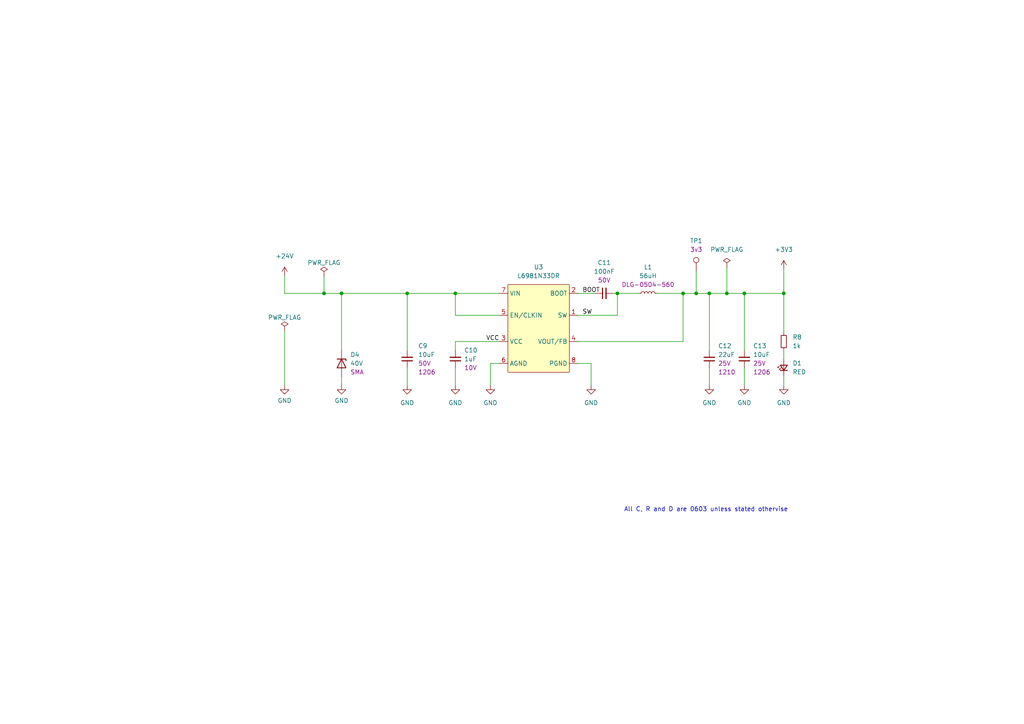
<source format=kicad_sch>
(kicad_sch (version 20230121) (generator eeschema)
  (paper "A4")
  (lib_symbols
    (symbol "Connector:TestPoint" (pin_numbers hide) (pin_names (offset 0.762) hide)
      (property "Reference" "TP" (at 0 6.858 0))
      (property "Value" "TestPoint" (at 0 5.08 0))
      (symbol "TestPoint_0_1"
        (circle (center 0 3.302) (radius 0.762))
      )
      (symbol "TestPoint_1_1"
        (pin passive line (at 0 0 90) (length 2.54) (name "1") (number "1"))
      )
    )
    (symbol "Device:C_Small" (pin_numbers hide) (pin_names (offset 0.254) hide)
      (property "Reference" "C" (at 0.254 1.778 0))
      (property "Value" "C_Small" (at 0.254 -2.032 0))
      (symbol "C_Small_0_1"
        (polyline (pts (xy -1.524 -0.508) (xy 1.524 -0.508)) (stroke (width 0.3302)))
        (polyline (pts (xy -1.524 0.508) (xy 1.524 0.508)) (stroke (width 0.3048)))
      )
      (symbol "C_Small_1_1"
        (pin passive line (at 0 2.54 270) (length 2.032) (name "~") (number "1"))
        (pin passive line (at 0 -2.54 90) (length 2.032) (name "~") (number "2"))
      )
    )
    (symbol "Device:D_Zener" (pin_numbers hide) (pin_names (offset 1.016) hide)
      (property "Reference" "D" (at 0 2.54 0))
      (property "Value" "D_Zener" (at 0 -2.54 0))
      (symbol "D_Zener_0_1"
        (polyline (pts (xy 1.27 0) (xy -1.27 0)))
        (polyline (pts (xy -1.27 -1.27) (xy -1.27 1.27) (xy -0.762 1.27)) (stroke (width 0.254)))
        (polyline (pts (xy 1.27 -1.27) (xy 1.27 1.27) (xy -1.27 0) (xy 1.27 -1.27)) (stroke (width 0.254)))
      )
      (symbol "D_Zener_1_1"
        (pin passive line (at -3.81 0 0) (length 2.54) (name "K") (number "1"))
        (pin passive line (at 3.81 0 180) (length 2.54) (name "A") (number "2"))
      )
    )
    (symbol "Device:LED_Small" (pin_numbers hide) (pin_names (offset 0.254) hide)
      (property "Reference" "D" (at -1.27 3.175 0))
      (property "Value" "LED_Small" (at -4.445 -2.54 0))
      (symbol "LED_Small_0_1"
        (polyline (pts (xy -0.762 -1.016) (xy -0.762 1.016)) (stroke (width 0.254)))
        (polyline (pts (xy 1.016 0) (xy -0.762 0)))
        (polyline (pts (xy 0.762 -1.016) (xy -0.762 0) (xy 0.762 1.016) (xy 0.762 -1.016)) (stroke (width 0.254)))
        (polyline (pts (xy 0 0.762) (xy -0.508 1.27) (xy -0.254 1.27) (xy -0.508 1.27) (xy -0.508 1.016)))
        (polyline (pts (xy 0.508 1.27) (xy 0 1.778) (xy 0.254 1.778) (xy 0 1.778) (xy 0 1.524)))
      )
      (symbol "LED_Small_1_1"
        (pin passive line (at -2.54 0 0) (length 1.778) (name "K") (number "1"))
        (pin passive line (at 2.54 0 180) (length 1.778) (name "A") (number "2"))
      )
    )
    (symbol "Device:L_Small" (pin_numbers hide) (pin_names (offset 0.254) hide)
      (property "Reference" "L" (at 0.762 1.016 0))
      (property "Value" "L_Small" (at 0.762 -1.016 0))
      (symbol "L_Small_0_1"
        (arc (start 0 -2.032) (mid 0.5058 -1.524) (end 0 -1.016))
        (arc (start 0 -1.016) (mid 0.5058 -0.508) (end 0 0))
        (arc (start 0 0) (mid 0.5058 0.508) (end 0 1.016))
        (arc (start 0 1.016) (mid 0.5058 1.524) (end 0 2.032))
      )
      (symbol "L_Small_1_1"
        (pin passive line (at 0 2.54 270) (length 0.508) (name "~") (number "1"))
        (pin passive line (at 0 -2.54 90) (length 0.508) (name "~") (number "2"))
      )
    )
    (symbol "Device:R_Small" (pin_numbers hide) (pin_names (offset 0.254) hide)
      (property "Reference" "R" (at 0.762 0.508 0))
      (property "Value" "R_Small" (at 0.762 -1.016 0))
      (symbol "R_Small_0_1"
        (rectangle (start -0.762 1.778) (end 0.762 -1.778) (stroke (width 0.2032)))
      )
      (symbol "R_Small_1_1"
        (pin passive line (at 0 2.54 270) (length 0.762) (name "~") (number "1"))
        (pin passive line (at 0 -2.54 90) (length 0.762) (name "~") (number "2"))
      )
    )
    (symbol "ST:L6981"
      (property "Reference" "U" (at 7.62 -15.24 0))
      (property "Value" "L6981" (at -6.35 13.97 0))
      (symbol "L6981_0_0"
        (pin output line (at 11.43 3.81 180) (length 2.54) (name "SW") (number "1"))
        (pin output line (at 11.43 10.16 180) (length 2.54) (name "BOOT") (number "2"))
        (pin passive line (at -11.43 -3.81 0) (length 2.54) (name "VCC") (number "3"))
        (pin input line (at 11.43 -3.81 180) (length 2.54) (name "VOUT/FB") (number "4"))
        (pin input line (at -11.43 3.81 0) (length 2.54) (name "EN/CLKIN") (number "5"))
        (pin power_in line (at -11.43 -10.16 0) (length 2.54) (name "AGND") (number "6"))
        (pin power_in line (at -11.43 10.16 0) (length 2.54) (name "VIN") (number "7"))
        (pin power_in line (at 11.43 -10.16 180) (length 2.54) (name "PGND") (number "8"))
      )
      (symbol "L6981_0_1"
        (rectangle (start -8.89 12.7) (end 8.89 -12.7) (fill (type background)))
      )
    )
    (symbol "power:+24V" (power) (pin_names (offset 0))
      (property "Value" "+24V" (at 0 3.556 0))
      (symbol "+24V_0_1"
        (polyline (pts (xy -0.762 1.27) (xy 0 2.54)))
        (polyline (pts (xy 0 0) (xy 0 2.54)))
        (polyline (pts (xy 0 2.54) (xy 0.762 1.27)))
      )
      (symbol "+24V_1_1"
        (pin power_in line (at 0 0 90) (length 0) hide (name "+24V") (number "1"))
      )
    )
    (symbol "power:+3V3" (power) (pin_names (offset 0))
      (property "Value" "+3V3" (at 0 3.556 0))
      (symbol "+3V3_0_1"
        (polyline (pts (xy -0.762 1.27) (xy 0 2.54)))
        (polyline (pts (xy 0 0) (xy 0 2.54)))
        (polyline (pts (xy 0 2.54) (xy 0.762 1.27)))
      )
      (symbol "+3V3_1_1"
        (pin power_in line (at 0 0 90) (length 0) hide (name "+3V3") (number "1"))
      )
    )
    (symbol "power:GND" (power) (pin_names (offset 0))
      (property "Value" "GND" (at 0 -3.81 0))
      (symbol "GND_0_1"
        (polyline (pts (xy 0 0) (xy 0 -1.27) (xy 1.27 -1.27) (xy 0 -2.54) (xy -1.27 -1.27) (xy 0 -1.27)))
      )
      (symbol "GND_1_1"
        (pin power_in line (at 0 0 270) (length 0) hide (name "GND") (number "1"))
      )
    )
    (symbol "power:PWR_FLAG" (power) (pin_numbers hide) (pin_names (offset 0) hide)
      (property "Value" "PWR_FLAG" (at 0 3.81 0))
      (symbol "PWR_FLAG_0_0"
        (pin power_out line (at 0 0 90) (length 0) (name "pwr") (number "1"))
      )
      (symbol "PWR_FLAG_0_1"
        (polyline (pts (xy 0 0) (xy 0 1.27) (xy -1.016 1.905) (xy 0 2.54) (xy 1.016 1.905) (xy 0 1.27)))
      )
    )
  )
  (junction (at 99.06 85.09))
  (junction (at 179.07 85.09))
  (junction (at 118.11 85.09))
  (junction (at 227.33 85.09))
  (junction (at 93.98 85.09))
  (junction (at 215.9 85.09))
  (junction (at 205.74 85.09))
  (junction (at 201.93 85.09))
  (junction (at 132.08 85.09))
  (junction (at 198.12 85.09))
  (junction (at 210.82 85.09))
  (wire (pts (xy 198.12 85.09) (xy 198.12 99.06)))
  (wire (pts (xy 210.82 77.47) (xy 210.82 85.09)))
  (wire (pts (xy 205.74 85.09) (xy 210.82 85.09)))
  (wire (pts (xy 118.11 101.6) (xy 118.11 85.09)))
  (wire (pts (xy 167.64 99.06) (xy 198.12 99.06)))
  (wire (pts (xy 99.06 85.09) (xy 99.06 101.6)))
  (wire (pts (xy 82.55 95.885) (xy 82.55 111.76)))
  (wire (pts (xy 210.82 85.09) (xy 215.9 85.09)))
  (wire (pts (xy 167.64 91.44) (xy 179.07 91.44)))
  (wire (pts (xy 132.08 106.68) (xy 132.08 111.76)))
  (wire (pts (xy 132.08 91.44) (xy 132.08 85.09)))
  (wire (pts (xy 132.08 101.6) (xy 132.08 99.06)))
  (wire (pts (xy 99.06 109.22) (xy 99.06 111.76)))
  (wire (pts (xy 205.74 111.76) (xy 205.74 106.68)))
  (wire (pts (xy 227.33 101.6) (xy 227.33 104.14)))
  (wire (pts (xy 179.07 85.09) (xy 179.07 91.44)))
  (wire (pts (xy 177.8 85.09) (xy 179.07 85.09)))
  (wire (pts (xy 227.33 85.09) (xy 227.33 78.105)))
  (wire (pts (xy 142.24 105.41) (xy 144.78 105.41)))
  (wire (pts (xy 82.55 85.09) (xy 82.55 80.01)))
  (wire (pts (xy 227.33 85.09) (xy 227.33 96.52)))
  (wire (pts (xy 132.08 85.09) (xy 144.78 85.09)))
  (wire (pts (xy 201.93 85.09) (xy 205.74 85.09)))
  (wire (pts (xy 215.9 85.09) (xy 227.33 85.09)))
  (wire (pts (xy 227.33 109.22) (xy 227.33 111.76)))
  (wire (pts (xy 99.06 85.09) (xy 118.11 85.09)))
  (wire (pts (xy 205.74 85.09) (xy 205.74 101.6)))
  (wire (pts (xy 93.98 85.09) (xy 99.06 85.09)))
  (wire (pts (xy 179.07 85.09) (xy 185.42 85.09)))
  (wire (pts (xy 82.55 85.09) (xy 93.98 85.09)))
  (wire (pts (xy 167.64 85.09) (xy 172.72 85.09)))
  (wire (pts (xy 215.9 85.09) (xy 215.9 101.6)))
  (wire (pts (xy 142.24 111.76) (xy 142.24 105.41)))
  (wire (pts (xy 171.45 105.41) (xy 167.64 105.41)))
  (wire (pts (xy 198.12 85.09) (xy 201.93 85.09)))
  (wire (pts (xy 215.9 111.76) (xy 215.9 106.68)))
  (wire (pts (xy 118.11 106.68) (xy 118.11 111.76)))
  (wire (pts (xy 132.08 99.06) (xy 144.78 99.06)))
  (wire (pts (xy 144.78 91.44) (xy 132.08 91.44)))
  (wire (pts (xy 171.45 111.76) (xy 171.45 105.41)))
  (wire (pts (xy 190.5 85.09) (xy 198.12 85.09)))
  (wire (pts (xy 201.93 78.74) (xy 201.93 85.09)))
  (wire (pts (xy 93.98 80.01) (xy 93.98 85.09)))
  (wire (pts (xy 118.11 85.09) (xy 132.08 85.09)))
  (text "All C, R and D are 0603 unless stated othervise " (at 180.975 148.59 0) (effects (font (size 1.27 1.27)) (justify left bottom)))
  (label "BOOT" (at 168.91 85.09 0))
  (label "VCC" (at 140.97 99.06 0))
  (label "SW" (at 168.91 91.44 0))
  (symbol (lib_id "Device:C_Small") (at 132.08 104.14 180) (unit 1)
    (property "Reference" "C10" (at 134.62 101.5935 0) (effects (justify right)))
    (property "Value" "1uF" (at 134.62 104.1335 0) (effects (justify right)))
    (property "Footprint" "Capacitor_SMD:C_0603_1608Metric" (effects hide))
    (property "Voltage" "10V" (at 134.62 106.6735 0) (effects (justify right)))
    (instances (project "rs485_temperature" (path "" (reference "C10") (unit 1))) (project "esp_gateway" (path "" (reference "C13") (unit 1))))
  )
  (symbol (lib_id "Device:D_Zener") (at 99.06 105.41 270) (unit 1)
    (property "Reference" "D4" (at 101.6 102.8699 90) (effects (justify left)))
    (property "Value" "40V" (at 101.6 105.4099 90) (effects (justify left)))
    (property "Footprint" "Diode_SMD:D_SMA" (effects hide))
    (property "Package" "SMA" (at 101.6 107.9499 90) (effects (justify left)))
    (instances (project "rs485_temperature" (path "" (reference "D4") (unit 1))) (project "esp_gateway" (path "" (reference "D1") (unit 1))))
  )
  (symbol (lib_id "power:GND") (at 82.55 111.76 0) (unit 1)
    (property "Reference" "#PWR039" (effects hide))
    (property "Value" "GND" (at 82.55 116.205 0))
    (instances (project "rs485_temperature" (path "" (reference "#PWR039") (unit 1))) (project "esp_gateway" (path "" (reference "#PWR0159") (unit 1))))
  )
  (symbol (lib_id "power:GND") (at 132.08 111.76 0) (unit 1)
    (property "Reference" "#PWR027" (effects hide))
    (property "Value" "GND" (at 132.08 116.84 0))
    (instances (project "rs485_temperature" (path "" (reference "#PWR027") (unit 1))) (project "esp_gateway" (path "" (reference "#PWR0158") (unit 1))))
  )
  (symbol (lib_id "Device:LED_Small") (at 227.33 106.68 90) (unit 1)
    (property "Reference" "D1" (at 229.87 105.3465 90) (effects (justify right)))
    (property "Value" "RED" (at 229.87 107.8865 90) (effects (justify right)))
    (property "Footprint" "LED_SMD:LED_0603_1608Metric" (effects hide))
  )
  (symbol (lib_id "Device:C_Small") (at 215.9 104.14 180) (unit 1)
    (property "Reference" "C13" (at 218.44 100.3235 0) (effects (justify right)))
    (property "Value" "10uF" (at 218.44 102.8635 0) (effects (justify right)))
    (property "Footprint" "Capacitor_SMD:C_1206_3216Metric" (effects hide))
    (property "Voltage" "25V" (at 218.44 105.4035 0) (effects (justify right)))
    (property "Package" "1206" (at 218.44 107.9435 0) (effects (justify right)))
    (instances (project "rs485_temperature" (path "" (reference "C13") (unit 1))) (project "esp_gateway" (path "" (reference "C16") (unit 1))))
  )
  (symbol (lib_id "power:GND") (at 142.24 111.76 0) (unit 1)
    (property "Reference" "#PWR028" (effects hide))
    (property "Value" "GND" (at 142.24 116.84 0))
    (instances (project "rs485_temperature" (path "" (reference "#PWR028") (unit 1))) (project "esp_gateway" (path "" (reference "#PWR0157") (unit 1))))
  )
  (symbol (lib_id "power:PWR_FLAG") (at 93.98 80.01 0) (unit 1)
    (property "Reference" "#FLG01" (effects hide))
    (property "Value" "PWR_FLAG" (at 93.98 76.2 0))
    (instances (project "rs485_temperature" (path "" (reference "#FLG01") (unit 1))) (project "esp_gateway" (path "" (reference "#FLG02") (unit 1))))
  )
  (symbol (lib_id "Device:C_Small") (at 205.74 104.14 180) (unit 1)
    (property "Reference" "C12" (at 208.28 100.3235 0) (effects (justify right)))
    (property "Value" "22uF" (at 208.28 102.8635 0) (effects (justify right)))
    (property "Footprint" "Capacitor_SMD:C_1210_3225Metric" (effects hide))
    (property "Voltage" "25V" (at 208.28 105.4035 0) (effects (justify right)))
    (property "Package" "1210" (at 208.28 107.9435 0) (effects (justify right)))
    (instances (project "rs485_temperature" (path "" (reference "C12") (unit 1))) (project "esp_gateway" (path "" (reference "C15") (unit 1))))
  )
  (symbol (lib_id "power:+3V3") (at 227.33 78.105 0) (unit 1)
    (property "Reference" "#PWR032" (effects hide))
    (property "Value" "+3V3" (at 227.33 72.39 0))
    (instances (project "rs485_temperature" (path "" (reference "#PWR032") (unit 1))) (project "esp_gateway" (path "" (reference "#PWR0152") (unit 1))))
  )
  (symbol (lib_id "Device:R_Small") (at 227.33 99.06 0) (unit 1)
    (property "Reference" "R8" (at 229.87 97.79 0) (effects (justify left)))
    (property "Value" "1k" (at 229.87 100.33 0) (effects (justify left)))
    (property "Footprint" "Resistor_SMD:R_0603_1608Metric" (effects hide))
    (instances (project "rs485_temperature" (path "" (reference "R8") (unit 1)) (path "" (reference "R7") (unit 1))))
  )
  (symbol (lib_id "power:GND") (at 171.45 111.76 0) (unit 1)
    (property "Reference" "#PWR029" (effects hide))
    (property "Value" "GND" (at 171.45 116.84 0))
    (instances (project "rs485_temperature" (path "" (reference "#PWR029") (unit 1))) (project "esp_gateway" (path "" (reference "#PWR0150") (unit 1))))
  )
  (symbol (lib_id "power:GND") (at 118.11 111.76 0) (unit 1)
    (property "Reference" "#PWR026" (effects hide))
    (property "Value" "GND" (at 118.11 116.84 0))
    (instances (project "rs485_temperature" (path "" (reference "#PWR026") (unit 1))) (project "esp_gateway" (path "" (reference "#PWR0155") (unit 1))))
  )
  (symbol (lib_id "power:+24V") (at 82.55 80.01 0) (unit 1)
    (property "Reference" "#PWR024" (effects hide))
    (property "Value" "+24V" (at 82.55 74.295 0))
    (instances (project "rs485_temperature" (path "" (reference "#PWR024") (unit 1))) (project "esp_gateway" (path "" (reference "#PWR0156") (unit 1))))
  )
  (symbol (lib_id "ST:L6981") (at 156.21 95.25 0) (unit 1)
    (property "Reference" "U3" (at 156.21 77.47 0))
    (property "Value" "L6981N33DR" (at 156.21 80.01 0))
    (property "Footprint" "Package_SO:SOIC-8_3.9x4.9mm_P1.27mm" (effects hide))
    (instances (project "rs485_temperature" (path "" (reference "U3") (unit 1))) (project "esp_gateway" (path "" (reference "U2") (unit 1))))
  )
  (symbol (lib_id "power:PWR_FLAG") (at 210.82 77.47 0) (unit 1)
    (property "Reference" "#FLG02" (effects hide))
    (property "Value" "PWR_FLAG" (at 210.82 72.39 0))
    (instances (project "rs485_temperature" (path "" (reference "#FLG02") (unit 1))) (project "esp_gateway" (path "" (reference "#FLG01") (unit 1))))
  )
  (symbol (lib_id "Device:L_Small") (at 187.96 85.09 90) (unit 1)
    (property "Reference" "L1" (at 187.96 77.47 90))
    (property "Value" "56uH" (at 187.96 80.01 90))
    (property "Footprint" "Inductor_SMD_git:L_Ferrocore_DLG-0504" (effects hide))
    (property "Type" "DLG-0504-560" (at 187.96 82.55 90))
  )
  (symbol (lib_id "power:GND") (at 205.74 111.76 0) (unit 1)
    (property "Reference" "#PWR030" (effects hide))
    (property "Value" "GND" (at 205.74 116.84 0))
    (instances (project "rs485_temperature" (path "" (reference "#PWR030") (unit 1))) (project "esp_gateway" (path "" (reference "#PWR0153") (unit 1))))
  )
  (symbol (lib_id "power:GND") (at 99.06 111.76 0) (unit 1)
    (property "Reference" "#PWR025" (effects hide))
    (property "Value" "GND" (at 99.06 116.205 0))
    (instances (project "rs485_temperature" (path "" (reference "#PWR025") (unit 1))) (project "esp_gateway" (path "" (reference "#PWR0159") (unit 1))))
  )
  (symbol (lib_id "Connector:TestPoint") (at 201.93 78.74 0) (unit 1)
    (property "Reference" "TP1" (at 201.93 69.85 0))
    (property "Value" "TestPoint" (effects hide))
    (property "Footprint" "TestPoint:TestPoint_Pad_D1.0mm" (effects hide))
    (property "Label" "3v3" (at 201.93 72.39 0))
    (instances (project "rs485_temperature" (path "" (reference "TP1") (unit 1)) (path "" (reference "TP2") (unit 1))))
  )
  (symbol (lib_id "power:GND") (at 215.9 111.76 0) (unit 1)
    (property "Reference" "#PWR031" (effects hide))
    (property "Value" "GND" (at 215.9 116.84 0))
    (instances (project "rs485_temperature" (path "" (reference "#PWR031") (unit 1))) (project "esp_gateway" (path "" (reference "#PWR0154") (unit 1))))
  )
  (symbol (lib_id "power:PWR_FLAG") (at 82.55 95.885 0) (unit 1)
    (property "Reference" "#FLG03" (effects hide))
    (property "Value" "PWR_FLAG" (at 82.55 92.075 0))
    (instances (project "rs485_temperature" (path "" (reference "#FLG03") (unit 1))) (project "esp_gateway" (path "" (reference "#FLG02") (unit 1))))
  )
  (symbol (lib_id "Device:C_Small") (at 175.26 85.09 90) (unit 1)
    (property "Reference" "C11" (at 175.26 76.2 90))
    (property "Value" "100nF" (at 175.26 78.74 90))
    (property "Footprint" "Capacitor_SMD:C_0603_1608Metric" (effects hide))
    (property "Voltage" "50V" (at 175.26 81.28 90))
    (instances (project "rs485_temperature" (path "" (reference "C11") (unit 1))) (project "esp_gateway" (path "" (reference "C14") (unit 1))))
  )
  (symbol (lib_id "Device:C_Small") (at 118.11 104.14 180) (unit 1)
    (property "Reference" "C9" (at 121.285 100.3235 0) (effects (justify right)))
    (property "Value" "10uF" (at 121.285 102.8635 0) (effects (justify right)))
    (property "Footprint" "Capacitor_SMD:C_1206_3216Metric" (effects hide))
    (property "Voltage" "50V" (at 121.285 105.4035 0) (effects (justify right)))
    (property "Package" "1206" (at 121.285 107.9435 0) (effects (justify right)))
    (instances (project "rs485_temperature" (path "" (reference "C9") (unit 1))) (project "esp_gateway" (path "" (reference "C12") (unit 1))))
  )
  (symbol (lib_id "power:GND") (at 227.33 111.76 0) (unit 1)
    (property "Reference" "#PWR021" (effects hide))
    (property "Value" "GND" (at 227.33 116.84 0))
    (instances (project "rs485_temperature" (path "" (reference "#PWR021") (unit 1)) (path "" (reference "#PWR020") (unit 1))))
  )
)
</source>
